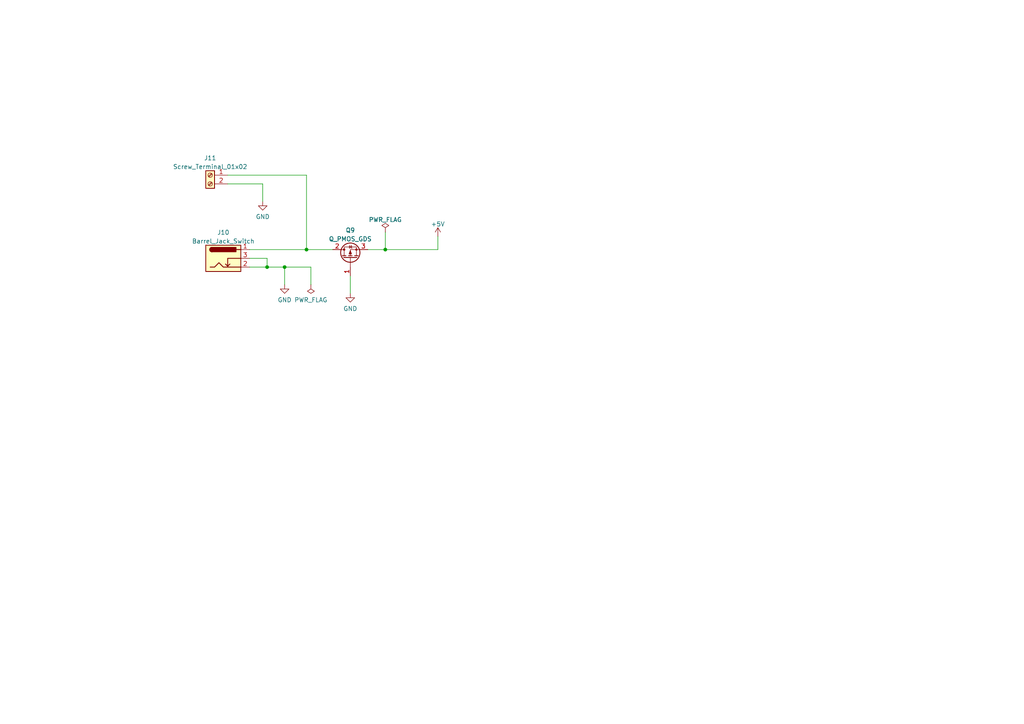
<source format=kicad_sch>
(kicad_sch (version 20211123) (generator eeschema)
  (paper "A4")
  (lib_symbols
    (symbol "Connector:Barrel_Jack_Switch" (pin_names hide)
      (property "Reference" "J" (at 0 5.334 0))
      (property "Value" "Barrel_Jack_Switch" (at 0 -5.08 0))
      (symbol "Barrel_Jack_Switch_0_1"
        (rectangle (start -5.08 3.81) (end 5.08 -3.81) (stroke (width 0.254)) (fill (type background)))
        (arc (start -3.302 3.175) (mid -3.937 2.54) (end -3.302 1.905) (stroke (width 0.254)))
        (arc (start -3.302 3.175) (mid -3.937 2.54) (end -3.302 1.905) (stroke (width 0.254)) (fill (type outline)))
        (polyline (pts (xy 1.27 -2.286) (xy 1.905 -1.651)) (stroke (width 0.254)))
        (polyline (pts (xy 5.08 2.54) (xy 3.81 2.54)) (stroke (width 0.254)))
        (polyline (pts (xy 5.08 0) (xy 1.27 0) (xy 1.27 -2.286) (xy 0.635 -1.651)) (stroke (width 0.254)))
        (polyline (pts (xy -3.81 -2.54) (xy -2.54 -2.54) (xy -1.27 -1.27) (xy 0 -2.54) (xy 2.54 -2.54) (xy 5.08 -2.54)) (stroke (width 0.254)))
        (rectangle (start 3.683 3.175) (end -3.302 1.905) (stroke (width 0.254)) (fill (type outline)))
      )
      (symbol "Barrel_Jack_Switch_1_1"
        (pin passive line (at 7.62 2.54 180) (length 2.54) (name "~") (number "1"))
        (pin passive line (at 7.62 -2.54 180) (length 2.54) (name "~") (number "2"))
        (pin passive line (at 7.62 0 180) (length 2.54) (name "~") (number "3"))
      )
    )
    (symbol "Connector:Screw_Terminal_01x02" (pin_names (offset 1.016) hide)
      (property "Reference" "J" (at 0 2.54 0))
      (property "Value" "Screw_Terminal_01x02" (at 0 -5.08 0))
      (symbol "Screw_Terminal_01x02_1_1"
        (rectangle (start -1.27 1.27) (end 1.27 -3.81) (stroke (width 0.254)) (fill (type background)))
        (circle (center 0 -2.54) (radius 0.635) (stroke (width 0.1524)))
        (polyline (pts (xy -0.5334 -2.2098) (xy 0.3302 -3.048)) (stroke (width 0.1524)))
        (polyline (pts (xy -0.5334 0.3302) (xy 0.3302 -0.508)) (stroke (width 0.1524)))
        (polyline (pts (xy -0.3556 -2.032) (xy 0.508 -2.8702)) (stroke (width 0.1524)))
        (polyline (pts (xy -0.3556 0.508) (xy 0.508 -0.3302)) (stroke (width 0.1524)))
        (circle (center 0 0) (radius 0.635) (stroke (width 0.1524)))
        (pin passive line (at -5.08 0 0) (length 3.81) (name "Pin_1") (number "1"))
        (pin passive line (at -5.08 -2.54 0) (length 3.81) (name "Pin_2") (number "2"))
      )
    )
    (symbol "Device:Q_PMOS_GDS" (pin_names (offset 0) hide)
      (property "Reference" "Q" (at 5.08 1.27 0))
      (property "Value" "Q_PMOS_GDS" (at 5.08 -1.27 0))
      (symbol "Q_PMOS_GDS_0_1"
        (polyline (pts (xy 0.254 0) (xy -2.54 0)))
        (polyline (pts (xy 0.254 1.905) (xy 0.254 -1.905)) (stroke (width 0.254)))
        (polyline (pts (xy 0.762 -1.27) (xy 0.762 -2.286)) (stroke (width 0.254)))
        (polyline (pts (xy 0.762 0.508) (xy 0.762 -0.508)) (stroke (width 0.254)))
        (polyline (pts (xy 0.762 2.286) (xy 0.762 1.27)) (stroke (width 0.254)))
        (polyline (pts (xy 2.54 2.54) (xy 2.54 1.778)))
        (polyline (pts (xy 2.54 -2.54) (xy 2.54 0) (xy 0.762 0)))
        (polyline (pts (xy 0.762 1.778) (xy 3.302 1.778) (xy 3.302 -1.778) (xy 0.762 -1.778)))
        (polyline (pts (xy 2.286 0) (xy 1.27 0.381) (xy 1.27 -0.381) (xy 2.286 0)) (fill (type outline)))
        (polyline (pts (xy 2.794 -0.508) (xy 2.921 -0.381) (xy 3.683 -0.381) (xy 3.81 -0.254)))
        (polyline (pts (xy 3.302 -0.381) (xy 2.921 0.254) (xy 3.683 0.254) (xy 3.302 -0.381)))
        (circle (center 1.651 0) (radius 2.794) (stroke (width 0.254)))
        (circle (center 2.54 -1.778) (radius 0.254) (fill (type outline)))
        (circle (center 2.54 1.778) (radius 0.254) (fill (type outline)))
      )
      (symbol "Q_PMOS_GDS_1_1"
        (pin input line (at -5.08 0 0) (length 2.54) (name "G") (number "1"))
        (pin passive line (at 2.54 5.08 270) (length 2.54) (name "D") (number "2"))
        (pin passive line (at 2.54 -5.08 90) (length 2.54) (name "S") (number "3"))
      )
    )
    (symbol "power:+5V" (power) (pin_names (offset 0))
      (property "Value" "+5V" (at 0 3.556 0))
      (symbol "+5V_0_1"
        (polyline (pts (xy -0.762 1.27) (xy 0 2.54)))
        (polyline (pts (xy 0 0) (xy 0 2.54)))
        (polyline (pts (xy 0 2.54) (xy 0.762 1.27)))
      )
      (symbol "+5V_1_1"
        (pin power_in line (at 0 0 90) (length 0) hide (name "+5V") (number "1"))
      )
    )
    (symbol "power:GND" (power) (pin_names (offset 0))
      (property "Value" "GND" (at 0 -3.81 0))
      (symbol "GND_0_1"
        (polyline (pts (xy 0 0) (xy 0 -1.27) (xy 1.27 -1.27) (xy 0 -2.54) (xy -1.27 -1.27) (xy 0 -1.27)))
      )
      (symbol "GND_1_1"
        (pin power_in line (at 0 0 270) (length 0) hide (name "GND") (number "1"))
      )
    )
    (symbol "power:PWR_FLAG" (power) (pin_numbers hide) (pin_names (offset 0) hide)
      (property "Value" "PWR_FLAG" (at 0 3.81 0))
      (symbol "PWR_FLAG_0_0"
        (pin power_out line (at 0 0 90) (length 0) (name "pwr") (number "1"))
      )
      (symbol "PWR_FLAG_0_1"
        (polyline (pts (xy 0 0) (xy 0 1.27) (xy -1.016 1.905) (xy 0 2.54) (xy 1.016 1.905) (xy 0 1.27)))
      )
    )
  )
  (junction (at 77.47 77.47))
  (junction (at 88.9 72.39))
  (junction (at 82.55 77.47))
  (junction (at 111.76 72.39))
  (wire (pts (xy 76.2 53.34) (xy 76.2 58.42)))
  (wire (pts (xy 127 68.58) (xy 127 72.39)))
  (wire (pts (xy 90.17 77.47) (xy 82.55 77.47)))
  (wire (pts (xy 76.2 53.34) (xy 66.04 53.34)))
  (wire (pts (xy 72.39 74.93) (xy 77.47 74.93)))
  (wire (pts (xy 77.47 77.47) (xy 82.55 77.47)))
  (wire (pts (xy 88.9 72.39) (xy 96.52 72.39)))
  (wire (pts (xy 66.04 50.8) (xy 88.9 50.8)))
  (wire (pts (xy 72.39 72.39) (xy 88.9 72.39)))
  (wire (pts (xy 88.9 50.8) (xy 88.9 72.39)))
  (wire (pts (xy 72.39 77.47) (xy 77.47 77.47)))
  (wire (pts (xy 101.6 80.01) (xy 101.6 85.09)))
  (wire (pts (xy 82.55 77.47) (xy 82.55 82.55)))
  (wire (pts (xy 111.76 67.31) (xy 111.76 72.39)))
  (wire (pts (xy 90.17 82.55) (xy 90.17 77.47)))
  (wire (pts (xy 106.68 72.39) (xy 111.76 72.39)))
  (wire (pts (xy 111.76 72.39) (xy 127 72.39)))
  (wire (pts (xy 77.47 74.93) (xy 77.47 77.47)))
  (symbol (lib_id "power:GND") (at 82.55 82.55 0) (unit 1)
    (property "Reference" "#PWR0147" (effects hide))
    (property "Value" "GND" (at 82.55 86.9934 0))
  )
  (symbol (lib_id "Connector:Barrel_Jack_Switch") (at 64.77 74.93 0) (unit 1)
    (property "Reference" "J10" (at 64.77 67.4202 0))
    (property "Value" "Barrel_Jack_Switch" (at 64.77 69.9571 0))
    (property "Footprint" "Connector_BarrelJack:BarrelJack_Horizontal" (effects hide))
  )
  (symbol (lib_id "Device:Q_PMOS_GDS") (at 101.6 74.93 90) (unit 1)
    (property "Reference" "Q9" (at 101.6 66.7852 90))
    (property "Value" "Q_PMOS_GDS" (at 101.6 69.3221 90))
    (property "Footprint" "Package_TO_SOT_THT:TO-220-3_Horizontal_TabDown" (effects hide))
  )
  (symbol (lib_id "power:GND") (at 76.2 58.42 0) (unit 1)
    (property "Reference" "#PWR0149" (effects hide))
    (property "Value" "GND" (at 76.2 62.8634 0))
  )
  (symbol (lib_id "power:+5V") (at 127 68.58 0) (unit 1)
    (property "Reference" "#PWR0148" (effects hide))
    (property "Value" "+5V" (at 127 65.0042 0))
  )
  (symbol (lib_id "power:GND") (at 101.6 85.09 0) (unit 1)
    (property "Reference" "#PWR0150" (effects hide))
    (property "Value" "GND" (at 101.6 89.5334 0))
  )
  (symbol (lib_id "power:PWR_FLAG") (at 111.76 67.31 0) (unit 1)
    (property "Reference" "#FLG0102" (effects hide))
    (property "Value" "PWR_FLAG" (at 111.76 63.7342 0))
  )
  (symbol (lib_id "Connector:Screw_Terminal_01x02") (at 60.96 50.8 0) (mirror y) (unit 1)
    (property "Reference" "J11" (at 60.96 45.8302 0))
    (property "Value" "Screw_Terminal_01x02" (at 60.96 48.3671 0))
    (property "Footprint" "TerminalBlock_Phoenix:TerminalBlock_Phoenix_PT-1,5-2-3.5-H_1x02_P3.50mm_Horizontal" (effects hide))
  )
  (symbol (lib_id "power:PWR_FLAG") (at 90.17 82.55 180) (unit 1)
    (property "Reference" "#FLG0101" (effects hide))
    (property "Value" "PWR_FLAG" (at 90.17 86.9934 0))
  )
)
</source>
